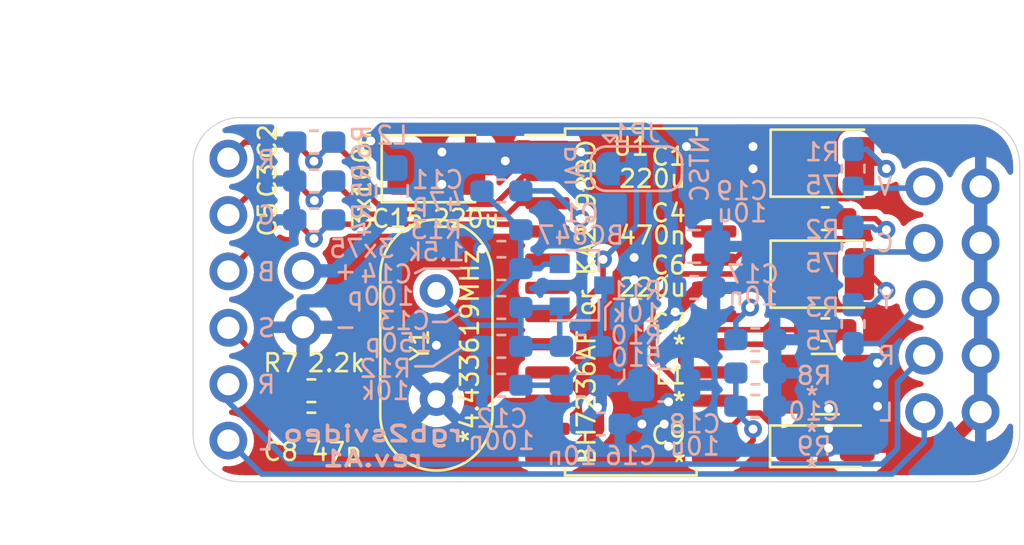
<source format=kicad_pcb>
(kicad_pcb (version 20210424) (generator pcbnew)
  (title_block (title "RGB to SVideo converter") (date "2021-03-08") (rev "A"))
  (layers (0 "F.Cu" signal) (31 "B.Cu" signal) (34 "B.Paste" user) (35 "F.Paste" user) (36 "B.SilkS" user "B.Silkscreen") (37 "F.SilkS" user "F.Silkscreen") (38 "B.Mask" user) (39 "F.Mask" user) (44 "Edge.Cuts" user))
  (net 0 "")
  (net 1 "R_IN")
  (net 2 "G_IN")
  (net 3 "B_IN")
  (net 4 "CSYNC_IN")
  (net 5 "Y_OUT")
  (net 6 "Net-(C5-Pad1)")
  (net 7 "GND")
  (net 8 "Audio_L")
  (net 9 "Audio_R")
  (net 10 "+5V")
  (net 11 "Net-(C1-Pad2)")
  (net 12 "Net-(C1-Pad1)")
  (net 13 "Net-(C2-Pad1)")
  (net 14 "Net-(C3-Pad1)")
  (net 15 "Net-(C4-Pad1)")
  (net 16 "Net-(C9-Pad1)")
  (net 17 "Net-(C10-Pad1)")
  (net 18 "Net-(C11-Pad1)")
  (net 19 "C_OUT")
  (net 20 "V_OUT")
  (net 21 "Net-(JP1-Pad2)")
  (net 22 "Net-(C4-Pad2)")
  (net 23 "Net-(C6-Pad1)")
  (net 24 "Net-(C7-Pad1)")
  (net 25 "Net-(C8-Pad1)")
  (net 26 "Net-(C6-Pad2)")
  (net 27 "Net-(C7-Pad2)")
  (net 28 "Net-(C11-Pad2)")
  (net 29 "Net-(C12-Pad1)")
  (net 30 "Net-(C13-Pad2)")
  (net 31 "Net-(R8-Pad1)")
  (net 32 "Net-(J3-Pad1)")
  (footprint "Connector_PinHeader_2.54mm:PinHeader_2x05_P2.54mm_Vertical" (layer "F.Cu") (at 166.7 95.3)
    (fp_text reference "J2" hide)
    (fp_text value "Conn_02x05_Odd_Even" hide)
  )
  (footprint "Connector_PinHeader_2.54mm:PinHeader_1x06_P2.54mm_Vertical" (layer "F.Cu") (at 135.39 94.045)
    (fp_text reference "J1" hide)
    (fp_text value "Conn_01x06_Odd_Even" hide)
  )
  (footprint "Connector_PinHeader_2.54mm:PinHeader_1x02_P2.54mm_Vertical" (layer "F.Cu") (at 138.75 99.1)
    (fp_text reference "J3" hide)
    (fp_text value "Conn_01x02_Odd_Even" hide)
  )
  (footprint "Capacitor_Tantalum_SMD:CP_EIA-3528-12_Kemet-T" (layer "F.Cu") (at 162.25 94.25)
    (fp_text reference "C1")
    (fp_text value "220u")
  )
  (footprint "Capacitor_SMD:C_0603_1608Metric_Pad1.08x0.95mm_HandSolder" (layer "F.Cu") (at 162.25 96.75)
    (fp_text reference "C4")
    (fp_text value "470n")
  )
  (footprint "Capacitor_SMD:C_0603_1608Metric_Pad1.05x0.95mm_HandSolder" (layer "F.Cu") (at 139.125 106 180)
    (fp_text reference "C8")
    (fp_text value "47p")
  )
  (footprint "Capacitor_Tantalum_SMD:CP_EIA-3216-18_Kemet-A_Pad1.58x1.35mm_HandSolder" (layer "F.Cu") (at 162.25 107)
    (fp_text reference "C9")
    (fp_text value "*")
  )
  (footprint "Inductor_SMD:L_1210_3225Metric_Pad1.42x2.65mm_HandSolder" (layer "F.Cu") (at 162.25 104.2)
    (fp_text reference "L1")
    (fp_text value "*")
  )
  (footprint "Resistor_SMD:R_0603_1608Metric_Pad1.05x0.95mm_HandSolder" (layer "F.Cu") (at 139.125 104.5 180)
    (fp_text reference "R7")
    (fp_text value "2.2k")
  )
  (footprint "Capacitor_Tantalum_SMD:CP_EIA-3528-12_Kemet-T" (layer "F.Cu") (at 162.25 99.25)
    (fp_text reference "C6")
    (fp_text value "220u")
  )
  (footprint "my:SOP-24_5.0x15.4mm_P1.27mm" (layer "F.Cu") (at 153.5 100.5)
    (fp_text reference "U1")
    (fp_text value "BH7236AF or KA2198BD")
  )
  (footprint "Crystal:Crystal_HC49-U_Vertical" (layer "F.Cu") (at 144.75 100 -90)
    (fp_text reference "Y1")
    (fp_text value "4.433619MHz")
  )
  (footprint "Capacitor_Tantalum_SMD:CP_EIA-3528-12_Kemet-T" (layer "F.Cu") (at 144.75 94.5)
    (fp_text reference "C15")
    (fp_text value "220u")
  )
  (footprint "Capacitor_SMD:C_0603_1608Metric_Pad1.05x0.95mm_HandSolder" (layer "F.Cu") (at 162.25 101.75 180)
    (fp_text reference "C7")
    (fp_text value "*")
  )
  (footprint "Capacitor_SMD:C_0603_1608Metric_Pad1.05x0.95mm_HandSolder" (layer "F.Cu") (at 139.25 93.3025 180)
    (fp_text reference "C2")
    (fp_text value "100n")
  )
  (footprint "Capacitor_SMD:C_0603_1608Metric_Pad1.05x0.95mm_HandSolder" (layer "F.Cu") (at 139.25 95.0525 180)
    (fp_text reference "C3")
    (fp_text value "100n")
  )
  (footprint "Capacitor_SMD:C_0603_1608Metric_Pad1.05x0.95mm_HandSolder" (layer "F.Cu") (at 139.25 96.8025 180)
    (fp_text reference "C5")
    (fp_text value "100n")
  )
  (footprint "Jumper:SolderJumper-3_P1.3mm_Bridged12_RoundedPad1.0x1.5mm" (layer "B.Cu") (at 153.75 94.5)
    (fp_text reference "JP1")
    (fp_text value "Jumper_3_Bridged12" hide)
  )
  (footprint "Resistor_SMD:R_0603_1608Metric_Pad1.05x0.95mm_HandSolder" (layer "B.Cu") (at 163.5 94.5 90)
    (fp_text reference "R1")
    (fp_text value "75")
  )
  (footprint "Resistor_SMD:R_0603_1608Metric_Pad1.05x0.95mm_HandSolder" (layer "B.Cu") (at 163.5 98 90)
    (fp_text reference "R2")
    (fp_text value "75")
  )
  (footprint "Resistor_SMD:R_0603_1608Metric_Pad1.05x0.95mm_HandSolder" (layer "B.Cu") (at 163.5 101.5 90)
    (fp_text reference "R3")
    (fp_text value "75")
  )
  (footprint "Resistor_SMD:R_0603_1608Metric_Pad1.05x0.95mm_HandSolder" (layer "B.Cu") (at 139.25 96.8025 180)
    (fp_text reference "R4")
    (fp_text value "75")
  )
  (footprint "Resistor_SMD:R_0603_1608Metric_Pad1.05x0.95mm_HandSolder" (layer "B.Cu") (at 139.25 95.0525 180)
    (fp_text reference "R5")
    (fp_text value "75")
  )
  (footprint "Resistor_SMD:R_0603_1608Metric_Pad1.05x0.95mm_HandSolder" (layer "B.Cu") (at 139.25 93.3025 180)
    (fp_text reference "R6")
    (fp_text value "75")
  )
  (footprint "Package_TO_SOT_SMD:SOT-23" (layer "B.Cu") (at 151.3 99.75)
    (fp_text reference "Q1")
    (fp_text value "BC847")
  )
  (footprint "Capacitor_SMD:C_0603_1608Metric_Pad1.05x0.95mm_HandSolder" (layer "B.Cu") (at 147.675 99 180)
    (fp_text reference "C14")
    (fp_text value "100p")
  )
  (footprint "Resistor_SMD:R_0603_1608Metric_Pad1.05x0.95mm_HandSolder" (layer "B.Cu") (at 151.25 104.25 180)
    (fp_text reference "R10")
    (fp_text value "510")
  )
  (footprint "Resistor_SMD:R_0603_1608Metric_Pad1.05x0.95mm_HandSolder" (layer "B.Cu") (at 151.25 102.5 180)
    (fp_text reference "R11")
    (fp_text value "10k")
  )
  (footprint "Resistor_SMD:R_0603_1608Metric_Pad1.05x0.95mm_HandSolder" (layer "B.Cu") (at 147.675 102.5 180)
    (fp_text reference "R12")
    (fp_text value "10k")
  )
  (footprint "Resistor_SMD:R_0603_1608Metric_Pad1.05x0.95mm_HandSolder" (layer "B.Cu") (at 147.675 97.25 180)
    (fp_text reference "R13")
    (fp_text value "1.5k")
  )
  (footprint "Capacitor_SMD:C_0603_1608Metric_Pad1.05x0.95mm_HandSolder" (layer "B.Cu") (at 147.675 95.5 180)
    (fp_text reference "C11")
    (fp_text value "47p")
  )
  (footprint "Capacitor_SMD:C_0603_1608Metric_Pad1.05x0.95mm_HandSolder" (layer "B.Cu") (at 147.675 104.25 180)
    (fp_text reference "C12")
    (fp_text value "100n")
  )
  (footprint "Capacitor_SMD:C_0603_1608Metric_Pad1.05x0.95mm_HandSolder" (layer "B.Cu") (at 147.675 100.75)
    (fp_text reference "C13")
    (fp_text value "150p")
  )
  (footprint "Capacitor_SMD:C_0603_1608Metric_Pad1.05x0.95mm_HandSolder" (layer "B.Cu") (at 156.35 99.85)
    (fp_text reference "C17")
    (fp_text value "10n")
  )
  (footprint "Capacitor_SMD:C_0603_1608Metric_Pad1.05x0.95mm_HandSolder" (layer "B.Cu") (at 159.1 103.7)
    (fp_text reference "C10")
    (fp_text value "*")
  )
  (footprint "Resistor_SMD:R_0603_1608Metric_Pad1.05x0.95mm_HandSolder" (layer "B.Cu") (at 159.1 102.2)
    (fp_text reference "R8")
    (fp_text value "*")
  )
  (footprint "Resistor_SMD:R_0603_1608Metric_Pad1.05x0.95mm_HandSolder" (layer "B.Cu") (at 159.1 105.2)
    (fp_text reference "R9")
    (fp_text value "*")
  )
  (footprint "Capacitor_SMD:C_0805_2012Metric_Pad1.18x1.45mm_HandSolder" (layer "B.Cu") (at 156.35 98)
    (fp_text reference "C19")
    (fp_text value "10u")
  )
  (footprint "Capacitor_SMD:C_0805_2012Metric_Pad1.18x1.45mm_HandSolder" (layer "B.Cu") (at 155 104.25)
    (fp_text reference "C18")
    (fp_text value "10u")
  )
  (footprint "Capacitor_SMD:C_0603_1608Metric_Pad1.05x0.95mm_HandSolder" (layer "B.Cu") (at 152.15 106)
    (fp_text reference "C16")
    (fp_text value "10n")
  )
  (footprint "Inductor_SMD:L_0805_2012Metric_Pad1.15x1.40mm_HandSolder" (layer "B.Cu") (at 142.75 95.5 90)
    (fp_text reference "L2")
    (fp_text value "BLM21AG601SN")
  )
  (gr_line (start 152.35 100.75) (end 152.35 101.75) (layer "B.SilkS") (width 0.12))
  (gr_line (start 144.6 101.4) (end 145.2 101.4) (layer "B.SilkS") (width 0.12))
  (gr_line (start 143.8 99.2) (end 144.2 99) (layer "B.SilkS") (width 0.12))
  (gr_line (start 145.2 101.4) (end 145.8 101) (layer "B.SilkS") (width 0.12))
  (gr_line (start 144.2 99) (end 145.8 99) (layer "B.SilkS") (width 0.12))
  (gr_line (start 144.6 103.4) (end 145.8 102.6) (layer "B.SilkS") (width 0.12))
  (gr_line (start 143.8 103.4) (end 144.6 103.4) (layer "B.SilkS") (width 0.12))
  (gr_line (start 153.2 103.95) (end 152.95 104.2) (layer "B.SilkS") (width 0.12))
  (gr_line (start 152.6 100.5) (end 152.35 100.75) (layer "B.SilkS") (width 0.12))
  (gr_line (start 153.2 103.55) (end 153.2 103.95) (layer "B.SilkS") (width 0.12))
  (gr_line (start 133.8 106.5) (end 133.8 94.25) (layer "Edge.Cuts") (width 0.05))
  (gr_arc (start 168.825 106.425) (end 168.75 108.6) (angle -90) (layer "Edge.Cuts") (width 0.05))
  (gr_arc (start 135.924999 94.325) (end 136 92.2) (angle -90) (layer "Edge.Cuts") (width 0.05))
  (gr_arc (start 135.95 106.450002) (end 133.8 106.5) (angle -90) (layer "Edge.Cuts") (width 0.05))
  (gr_line (start 168.75 108.6) (end 136 108.6) (layer "Edge.Cuts") (width 0.05))
  (gr_line (start 168.75 92.2) (end 136 92.2) (layer "Edge.Cuts") (width 0.05))
  (gr_line (start 171 94.25) (end 171 106.5) (layer "Edge.Cuts") (width 0.05))
  (gr_arc (start 168.85 94.35) (end 171 94.25) (angle -90) (layer "Edge.Cuts") (width 0.05))
  (gr_text "rgb2svideo\nrev.A1" (at 141.9 107) (layer "B.SilkS") (effects (font (size 0.7 1) (thickness 0.16)) (justify mirror)))
  (segment (start 139.235 94.1625) (end 138.375 93.3025) (width 0.25) (layer "F.Cu") (net 1))
  (segment (start 136.1325 93.3025) (end 135.39 94.045) (width 0.25) (layer "F.Cu") (net 1))
  (segment (start 138.375 93.3025) (end 136.1325 93.3025) (width 0.25) (layer "F.Cu") (net 1))
  (segment (start 139.24 94.1625) (end 139.235 94.1625) (width 0.25) (layer "F.Cu") (net 1))
  (via (at 139.24 94.1625) (size 0.8) (drill 0.4) (layers "F.Cu" "B.Cu") (net 1))
  (segment (start 140.125 93.3025) (end 140.1 93.3025) (width 0.25) (layer "B.Cu") (net 1))
  (segment (start 140.1 93.3025) (end 139.24 94.1625) (width 0.25) (layer "B.Cu") (net 1))
  (segment (start 138.375 95.0525) (end 136.9225 95.0525) (width 0.25) (layer "F.Cu") (net 2))
  (segment (start 136.9225 95.0525) (end 135.39 96.585) (width 0.25) (layer "F.Cu") (net 2))
  (segment (start 139.26 95.9325) (end 139.255 95.9325) (width 0.25) (layer "F.Cu") (net 2))
  (segment (start 139.255 95.9325) (end 138.375 95.0525) (width 0.25) (layer "F.Cu") (net 2))
  (via (at 139.26 95.9325) (size 0.8) (drill 0.4) (layers "F.Cu" "B.Cu") (net 2))
  (segment (start 140.125 95.0675) (end 139.26 95.9325) (width 0.25) (layer "B.Cu") (net 2))
  (segment (start 140.125 95.0525) (end 140.125 95.0675) (width 0.25) (layer "B.Cu") (net 2))
  (segment (start 137.7125 96.8025) (end 135.39 99.125) (width 0.25) (layer "F.Cu") (net 3))
  (segment (start 139.243407 97.649382) (end 139.221882 97.649382) (width 0.25) (layer "F.Cu") (net 3))
  (segment (start 135.75 99.125) (end 135.39 99.125) (width 0.25) (layer "F.Cu") (net 3))
  (segment (start 139.221882 97.649382) (end 138.375 96.8025) (width 0.25) (layer "F.Cu") (net 3))
  (segment (start 138.375 96.8025) (end 137.7125 96.8025) (width 0.25) (layer "F.Cu") (net 3))
  (via (at 139.243407 97.649382) (size 0.8) (drill 0.4) (layers "F.Cu" "B.Cu") (net 3))
  (segment (start 140.125 96.8025) (end 140.090289 96.8025) (width 0.25) (layer "B.Cu") (net 3))
  (segment (start 140.125 96.8025) (end 140.125 96.8275) (width 0.25) (layer "B.Cu") (net 3))
  (segment (start 140.090289 96.8025) (end 139.243407 97.649382) (width 0.25) (layer "B.Cu") (net 3))
  (segment (start 135.39 101.665) (end 138.225 104.5) (width 0.25) (layer "F.Cu") (net 4))
  (segment (start 138.225 104.5) (end 138.25 104.5) (width 0.25) (layer "F.Cu") (net 4))
  (segment (start 164.705 102.375) (end 163.5 102.375) (width 0.25) (layer "B.Cu") (net 5))
  (segment (start 164.705 102.375) (end 166.7 100.38) (width 0.25) (layer "B.Cu") (net 5))
  (segment (start 148.6625 97.325) (end 148.3375 97) (width 0.25) (layer "F.Cu") (net 6))
  (segment (start 140.3225 97) (end 140.125 96.8025) (width 0.25) (layer "F.Cu") (net 6))
  (segment (start 149.75 97.325) (end 148.6625 97.325) (width 0.25) (layer "F.Cu") (net 6))
  (segment (start 148.3375 97) (end 140.3225 97) (width 0.25) (layer "F.Cu") (net 6))
  (segment (start 145.184303 94.5) (end 145 94.315697) (width 0.6) (layer "F.Cu") (net 7))
  (segment (start 169.24 95.3) (end 169.24 105.46) (width 0.6) (layer "F.Cu") (net 7))
  (segment (start 148.485 93.515) (end 148.85 93.515) (width 0.6) (layer "F.Cu") (net 7))
  (segment (start 164.6 104.2) (end 164.6 105.2) (width 0.6) (layer "F.Cu") (net 7))
  (segment (start 156.015 93.515) (end 156 93.5) (width 0.25) (layer "F.Cu") (net 7))
  (segment (start 138.75 103) (end 138.75 101.64) (width 0.25) (layer "F.Cu") (net 7))
  (segment (start 139.14999 105.10001) (end 139.14999 103.39999) (width 0.25) (layer "F.Cu") (net 7))
  (segment (start 146.2875 94.5) (end 147.5 94.5) (width 0.6) (layer "F.Cu") (net 7))
  (segment (start 151.5 93.5) (end 156 93.5) (width 0.25) (layer "F.Cu") (net 7))
  (segment (start 151.25 93.75) (end 151.25 95.241016) (width 0.25) (layer "F.Cu") (net 7))
  (segment (start 167.7 107) (end 163.6875 107) (width 0.6) (layer "F.Cu") (net 7))
  (segment (start 157.25 93.515) (end 158.985 93.515) (width 0.25) (layer "F.Cu") (net 7))
  (segment (start 151.015 93.515) (end 151.25 93.75) (width 0.25) (layer "F.Cu") (net 7))
  (segment (start 145 94.315697) (end 145 93.750012) (width 0.6) (layer "F.Cu") (net 7))
  (segment (start 145.1 94.5) (end 145 94.6) (width 0.6) (layer "F.Cu") (net 7))
  (segment (start 145.3 94.5) (end 145.1 94.5) (width 0.6) (layer "F.Cu") (net 7))
  (segment (start 157.25 93.515) (end 156.015 93.515) (width 0.25) (layer "F.Cu") (net 7))
  (segment (start 163.7875 105.5375) (end 163.7875 106.75) (width 0.25) (layer "F.Cu") (net 7))
  (segment (start 145.3 94.5) (end 145.184303 94.5) (width 0.6) (layer "F.Cu") (net 7))
  (segment (start 155 105.2) (end 155.2 105) (width 0.25) (layer "F.Cu") (net 7))
  (segment (start 147.5 94.5) (end 148.485 93.515) (width 0.6) (layer "F.Cu") (net 7))
  (segment (start 138.25 106) (end 139.14999 105.10001) (width 0.25) (layer "F.Cu") (net 7))
  (segment (start 163.125 104.875) (end 163.7875 105.5375) (width 0.25) (layer "F.Cu") (net 7))
  (segment (start 154 106) (end 155 106) (width 0.25) (layer "F.Cu") (net 7))
  (segment (start 151.25 95.241016) (end 151.27138 95.262396) (width 0.25) (layer "F.Cu") (net 7))
  (segment (start 139.14999 103.39999) (end 138.75 103) (width 0.25) (layer "F.Cu") (net 7))
  (segment (start 163.7875 106.75) (end 162.72499 106.75) (width 0.6) (layer "F.Cu") (net 7))
  (segment (start 169.24 105.46) (end 167.7 107) (width 0.6) (layer "F.Cu") (net 7))
  (segment (start 151.25 93.75) (end 151.5 93.5) (width 0.25) (layer "F.Cu") (net 7))
  (segment (start 163.125 104.2) (end 163.125 104.875) (width 0.25) (layer "F.Cu") (net 7))
  (segment (start 155 106) (end 155 105.2) (width 0.25) (layer "F.Cu") (net 7))
  (segment (start 158.985 93.515) (end 159 93.5) (width 0.25) (layer "F.Cu") (net 7))
  (segment (start 162.72499 106.75) (end 162.4 107.07499) (width 0.6) (layer "F.Cu") (net 7))
  (segment (start 162.4 106.2) (end 162.4 107.07499) (width 0.6) (layer "F.Cu") (net 7))
  (segment (start 162.4 106.2) (end 162.4 105.3) (width 0.6) (layer "F.Cu") (net 7))
  (segment (start 164.6 104.2) (end 164.6 103.25) (width 0.6) (layer "F.Cu") (net 7))
  (segment (start 146.2875 94.5) (end 145.3 94.5) (width 0.6) (layer "F.Cu") (net 7))
  (segment (start 145 94.6) (end 145 95.2) (width 0.6) (layer "F.Cu") (net 7))
  (segment (start 148.85 93.515) (end 151.015 93.515) (width 0.25) (layer "F.Cu") (net 7))
  (via (at 146.8 98.12) (size 0.8) (drill 0.4) (layers "F.Cu" "B.Cu") (net 7))
  (via (at 162.4 107.07499) (size 0.8) (drill 0.4) (layers "F.Cu" "B.Cu") (net 7))
  (via (at 159 94.5) (size 0.8) (drill 0.4) (layers "F.Cu" "B.Cu") (net 7))
  (via (at 155 106) (size 0.8) (drill 0.4) (layers "F.Cu" "B.Cu") (net 7))
  (via (at 162.4 105.3) (size 0.8) (drill 0.4) (layers "F.Cu" "B.Cu") (net 7))
  (via (at 151.27138 95.262396) (size 0.8) (drill 0.4) (layers "F.Cu" "B.Cu") (net 7))
  (via (at 164.6 103.25) (size 0.8) (drill 0.4) (layers "F.Cu" "B.Cu") (net 7))
  (via (at 153.65 98.5) (size 0.8) (drill 0.4) (layers "F.Cu" "B.Cu") (net 7))
  (via (at 145 93.750012) (size 0.8) (drill 0.4) (layers "F.Cu" "B.Cu") (net 7))
  (via (at 145 95.2) (size 0.8) (drill 0.4) (layers "F.Cu" "B.Cu") (net 7))
  (via (at 162.4 106.2) (size 0.8) (drill 0.4) (layers "F.Cu" "B.Cu") (net 7))
  (via (at 164.6 105.2) (size 0.8) (drill 0.4) (layers "F.Cu" "B.Cu") (net 7))
  (via (at 151.25 93.75) (size 0.8) (drill 0.4) (layers "F.Cu" "B.Cu") (net 7))
  (via (at 153.65 100.5) (size 0.8) (drill 0.4) (layers "F.Cu" "B.Cu") (net 7))
  (via (at 159 93.5) (size 0.8) (drill 0.4) (layers "F.Cu" "B.Cu") (net 7))
  (via (at 154 106) (size 0.8) (drill 0.4) (layers "F.Cu" "B.Cu") (net 7))
  (via (at 164.6 104.2) (size 0.8) (drill 0.4) (layers "F.Cu" "B.Cu") (net 7))
  (via (at 147.85 94.15) (size 0.8) (drill 0.4) (layers "F.Cu" "B.Cu") (net 7))
  (via (at 144.75 102.45) (size 0.8) (drill 0.4) (layers "F.Cu" "B.Cu") (net 7))
  (via (at 153.65 99.5) (size 0.8) (drill 0.4) (layers "F.Cu" "B.Cu") (net 7))
  (via (at 155.2 105) (size 0.8) (drill 0.4) (layers "F.Cu" "B.Cu") (net 7))
  (via (at 155.2 107) (size 0.8) (drill 0.4) (layers "F.Cu" "B.Cu") (net 7))
  (via (at 156 93.5) (size 0.8) (drill 0.4) (layers "F.Cu" "B.Cu") (net 7))
  (segment (start 159.975 107.125) (end 159.92502 107.17498) (width 0.6) (layer "B.Cu") (net 7))
  (segment (start 169.24 95.3) (end 169.24 105.46) (width 0.6) (layer "B.Cu") (net 7))
  (segment (start 155.02502 107.17498) (end 155.2 107) (width 0.25) (layer "B.Cu") (net 7))
  (segment (start 145 95.2) (end 145 96.75) (width 0.6) (layer "B.Cu") (net 7))
  (segment (start 155.02502 107.17498) (end 140.67498 107.17498) (width 0.6) (layer "B.Cu") (net 7))
  (segment (start 137.39 101.64) (end 138.75 101.64) (width 0.25) (layer "B.Cu") (net 7))
  (segment (start 157.225 101.066103) (end 156.0375 102.253603) (width 0.6) (layer "B.Cu") (net 7))
  (segment (start 138.75 101.64) (end 141.51 101.64) (width 0.6) (layer "B.Cu") (net 7))
  (segment (start 152.45 94.5) (end 151.5 94.5) (width 0.6) (layer "B.Cu") (net 7))
  (segment (start 144.75 104.88) (end 141.51 101.64) (width 0.6) (layer "B.Cu") (net 7))
  (segment (start 156.0375 102.253603) (end 156.0375 104.25) (width 0.6) (layer "B.Cu") (net 7))
  (segment (start 159.975 103.7) (end 159.975 105.2) (width 0.6) (layer "B.Cu") (net 7))
  (segment (start 162.4 105.3) (end 162.4 106.2) (width 0.6) (layer "B.Cu") (net 7))
  (segment (start 157.225 99.025) (end 157.225 99.85) (width 0.6) (layer "B.Cu") (net 7))
  (segment (start 146.8 103.375) (end 146.8 104.25) (width 0.25) (layer "B.Cu") (net 7))
  (segment (start 138.75 101.64) (end 138.75 105.25) (width 0.6) (layer "B.Cu") (net 7))
  (segment (start 145 96.75) (end 144.5 97.25) (width 0.6) (layer "B.Cu") (net 7))
  (segment (start 138.75 100.52) (end 138.820489 100.449511) (width 0.6) (layer "B.Cu") (net 7))
  (segment (start 138.75 105.25) (end 140.67498 107.17498) (width 0.6) (layer "B.Cu") (net 7))
  (segment (start 162.07502 107.17498) (end 159.92502 107.17498) (width 0.6) (layer "B.Cu") (net 7))
  (segment (start 146.8 97.25) (end 144.5 97.25) (width 0.6) (layer "B.Cu") (net 7))
  (segment (start 157.225 99.85) (end 157.225 101.066103) (width 0.6) (layer "B.Cu") (net 7))
  (segment (start 155.67502 107.17498) (end 155.67502 105.32498) (width 0.6) (layer "B.Cu") (net 7))
  (segment (start 138.375 96.8025) (end 137 96.8025) (width 0.25) (layer "B.Cu") (net 7))
  (segment (start 156.0375 104.9625) (end 155.67502 105.32498) (width 0.6) (layer "B.Cu") (net 7))
  (segment (start 155.7 107.15) (end 155.67502 107.17498) (width 0.6) (layer "B.Cu") (net 7))
  (segment (start 138.75 101.64) (end 138.75 100.52) (width 0.6) (layer "B.Cu") (net 7))
  (segment (start 138.375 95.0525) (end 137 95.0525) (width 0.25) (layer "B.Cu") (net 7))
  (segment (start 146.8 102.5) (end 146.8 103.375) (width 0.25) (layer "B.Cu") (net 7))
  (segment (start 145 95.2) (end 145 93.750012) (width 0.6) (layer "B.Cu") (net 7))
  (segment (start 141.300489 100.449511) (end 141.51 100.24) (width 0.6) (layer "B.Cu") (net 7))
  (segment (start 157.3875 98) (end 157.3875 98.8625) (width 0.6) (layer "B.Cu") (net 7))
  (segment (start 157.3875 98.8625) (end 157.225 99.025) (width 0.6) (layer "B.Cu") (net 7))
  (segment (start 141.51 100.24) (end 141.51 101.64) (width 0.6) (layer "B.Cu") (net 7))
  (segment (start 159.92502 107.17498) (end 155.67502 107.17498) (width 0.6) (layer "B.Cu") (net 7))
  (segment (start 146.8 97.25) (end 146.8 99) (width 0.25) (layer "B.Cu") (net 7))
  (segment (start 155 106) (end 155 106.8) (width 0.25) (layer "B.Cu") (net 7))
  (segment (start 162.4 107.07499) (end 162.4 106.2) (width 0.6) (layer "B.Cu") (net 7))
  (segment (start 155 106.8) (end 155.2 107) (width 0.25) (layer "B.Cu") (net 7))
  (segment (start 138.820489 100.449511) (end 141.300489 100.449511) (width 0.6) (layer "B.Cu") (net 7))
  (segment (start 153.025 106) (end 154 106) (width 0.6) (layer "B.Cu") (net 7))
  (segment (start 156.0375 104.25) (end 156.0375 104.9625) (width 0.6) (layer "B.Cu") (net 7))
  (segment (start 137 101.25) (end 137.39 101.64) (width 0.25) (layer "B.Cu") (net 7))
  (segment (start 144.75 104.88) (end 146.255 103.375) (width 0.6) (layer "B.Cu") (net 7))
  (segment (start 144.5 97.25) (end 141.51 100.24) (width 0.6) (layer "B.Cu") (net 7))
  (segment (start 146.255 103.375) (end 146.8 103.375) (width 0.6) (layer "B.Cu") (net 7))
  (segment (start 159.975 105.2) (end 159.975 107.125) (width 0.6) (layer "B.Cu") (net 7))
  (segment (start 137 101.25) (end 137 93.3025) (width 0.25) (layer "B.Cu") (net 7))
  (segment (start 155.67502 107.17498) (end 155.02502 107.17498) (width 0.6) (layer "B.Cu") (net 7))
  (segment (start 159.975 102.2) (end 159.975 103.7) (width 0.6) (layer "B.Cu") (net 7))
  (segment (start 138.375 93.3025) (end 137 93.3025) (width 0.25) (layer "B.Cu") (net 7))
  (segment (start 135.39 106.745) (end 136.895 108.25) (width 0.25) (layer "B.Cu") (net 8))
  (segment (start 136.895 108.25) (end 165.25 108.25) (width 0.25) (layer "B.Cu") (net 8))
  (segment (start 165.25 108.25) (end 166.7 106.8) (width 0.25) (layer "B.Cu") (net 8))
  (segment (start 166.7 106.8) (end 166.7 105.46) (width 0.25) (layer "B.Cu") (net 8))
  (segment (start 135.39 105.005998) (end 135.39 104.205) (width 0.25) (layer "B.Cu") (net 9))
  (segment (start 138.183992 107.79999) (end 135.39 105.005998) (width 0.25) (layer "B.Cu") (net 9))
  (segment (start 166.7 102.92) (end 165.5 104.12) (width 0.25) (layer "B.Cu") (net 9))
  (segment (start 165.5 107.1) (end 164.80001 107.79999) (width 0.25) (layer "B.Cu") (net 9))
  (segment (start 165.5 104.12) (end 165.5 107.1) (width 0.25) (layer "B.Cu") (net 9))
  (segment (start 164.80001 107.79999) (end 138.183992 107.79999) (width 0.25) (layer "B.Cu") (net 9))
  (segment (start 152 105.25) (end 152 106.235) (width 0.6) (layer "F.Cu") (net 10))
  (segment (start 143.2125 94.5) (end 141.962496 93.249996) (width 0.6) (layer "F.Cu") (net 10))
  (segment (start 152 106.235) (end 150.75 107.485) (width 0.6) (layer "F.Cu") (net 10))
  (segment (start 155.5 100.950999) (end 156.585999 99.865) (width 0.6) (layer "F.Cu") (net 10))
  (segment (start 156.585999 99.865) (end 157.25 99.865) (width 0.6) (layer "F.Cu") (net 10))
  (segment (start 141.962496 93.249996) (end 141.8 93.249996) (width 0.6) (layer "F.Cu") (net 10))
  (segment (start 150.75 107.485) (end 149.75 107.485) (width 0.6) (layer "F.Cu") (net 10))
  (via (at 141.8 93.249996) (size 0.8) (drill 0.4) (layers "F.Cu" "B.Cu") (net 10))
  (via (at 152 105.25) (size 0.8) (drill 0.4) (layers "F.Cu" "B.Cu") (net 10))
  (via (at 155.5 100.950999) (size 0.8) (drill 0.4) (layers "F.Cu" "B.Cu") (net 10))
  (segment (start 152.125 105.125) (end 152 105.25) (width 0.6) (layer "B.Cu") (net 10))
  (segment (start 152 105.25) (end 152 105.275) (width 0.6) (layer "B.Cu") (net 10))
  (segment (start 153.95 102.413059) (end 155.41206 100.950999) (width 0.6) (layer "B.Cu") (net 10))
  (segment (start 155.41206 100.950999) (end 155.5 100.950999) (width 0.6) (layer "B.Cu") (net 10))
  (segment (start 153.95 104.25) (end 152.125 104.25) (width 0.6) (layer "B.Cu") (net 10))
  (segment (start 155.05 96.05) (end 155.3125 96.3125) (width 0.6) (layer "B.Cu") (net 10))
  (segment (start 155.475 100.925999) (end 155.5 100.950999) (width 0.6) (layer "B.Cu") (net 10))
  (segment (start 142.324986 92.72501) (end 142.199999 92.849997) (width 0.6) (layer "B.Cu") (net 10))
  (segment (start 141.8 93.525) (end 142.75 94.475) (width 0.6) (layer "B.Cu") (net 10))
  (segment (start 155.05 93.652408) (end 154.122602 92.72501) (width 0.6) (layer "B.Cu") (net 10))
  (segment (start 155.05 94.5) (end 155.05 93.652408) (width 0.6) (layer "B.Cu") (net 10))
  (segment (start 155.05 94.5) (end 155.05 96.05) (width 0.6) (layer "B.Cu") (net 10))
  (segment (start 155.475 99.85) (end 155.475 100.925999) (width 0.6) (layer "B.Cu") (net 10))
  (segment (start 152 105.275) (end 151.275 106) (width 0.6) (layer "B.Cu") (net 10))
  (segment (start 155.475 98.975) (end 155.475 99.85) (width 0.6) (layer "B.Cu") (net 10))
  (segment (start 153.95 104.45) (end 153.95 102.413059) (width 0.6) (layer "B.Cu") (net 10))
  (segment (start 142.199999 92.849997) (end 141.8 93.249996) (width 0.6) (layer "B.Cu") (net 10))
  (segment (start 155.3125 98.8125) (end 155.475 98.975) (width 0.6) (layer "B.Cu") (net 10))
  (segment (start 154.122602 92.72501) (end 142.324986 92.72501) (width 0.6) (layer "B.Cu") (net 10))
  (segment (start 155.3125 98) (end 155.3125 98.8125) (width 0.6) (layer "B.Cu") (net 10))
  (segment (start 155.3125 96.3125) (end 155.3125 98) (width 0.6) (layer "B.Cu") (net 10))
  (segment (start 152.125 104.25) (end 152.125 105.125) (width 0.6) (layer "B.Cu") (net 10))
  (segment (start 141.8 93.249996) (end 141.8 93.525) (width 0.6) (layer "B.Cu") (net 10))
  (segment (start 164.75 94.25) (end 165 94.5) (width 0.25) (layer "F.Cu") (net 11))
  (segment (start 163.7875 94.25) (end 164.75 94.25) (width 0.25) (layer "F.Cu") (net 11))
  (via (at 165 94.5) (size 0.8) (drill 0.4) (layers "F.Cu" "B.Cu") (net 11))
  (segment (start 163.5 93.625) (end 164.125 93.625) (width 0.25) (layer "B.Cu") (net 11))
  (segment (start 164.125 93.625) (end 165 94.5) (width 0.25) (layer "B.Cu") (net 11))
  (segment (start 159.25 95.7125) (end 160.7125 94.25) (width 0.25) (layer "F.Cu") (net 12))
  (segment (start 158.15 98.595) (end 159.25 97.495) (width 0.25) (layer "F.Cu") (net 12))
  (segment (start 157.25 98.595) (end 158.15 98.595) (width 0.25) (layer "F.Cu") (net 12))
  (segment (start 159.25 97.495) (end 159.25 95.7125) (width 0.25) (layer "F.Cu") (net 12))
  (segment (start 147.399021 96.100979) (end 148.715 94.785) (width 0.25) (layer "F.Cu") (net 13))
  (segment (start 140.125 93.3025) (end 141.25 94.4275) (width 0.25) (layer "F.Cu") (net 13))
  (segment (start 141.25 95.25) (end 142.100978 96.100978) (width 0.25) (layer "F.Cu") (net 13))
  (segment (start 142.100978 96.100978) (end 147.399021 96.100979) (width 0.25) (layer "F.Cu") (net 13))
  (segment (start 148.715 94.785) (end 149.75 94.785) (width 0.25) (layer "F.Cu") (net 13))
  (segment (start 141.25 94.4275) (end 141.25 95.25) (width 0.25) (layer "F.Cu") (net 13))
  (segment (start 148.445 96.055) (end 147.949511 96.550489) (width 0.25) (layer "F.Cu") (net 14))
  (segment (start 149.75 96.055) (end 148.445 96.055) (width 0.25) (layer "F.Cu") (net 14))
  (segment (start 141.622989 96.550489) (end 140.125 95.0525) (width 0.25) (layer "F.Cu") (net 14))
  (segment (start 147.949511 96.550489) (end 141.622989 96.550489) (width 0.25) (layer "F.Cu") (net 14))
  (segment (start 155.75951 99.24049) (end 158.35951 99.24049) (width 0.25) (layer "F.Cu") (net 15))
  (segment (start 157.25 104.945) (end 156.445 104.945) (width 0.25) (layer "F.Cu") (net 15))
  (segment (start 156.445 104.945) (end 154.5 103) (width 0.25) (layer "F.Cu") (net 15))
  (segment (start 160.85 96.75) (end 161.3875 96.75) (width 0.25) (layer "F.Cu") (net 15))
  (segment (start 154.5 103) (end 154.5 100.5) (width 0.25) (layer "F.Cu") (net 15))
  (segment (start 158.35951 99.24049) (end 160.85 96.75) (width 0.25) (layer "F.Cu") (net 15))
  (segment (start 154.5 100.5) (end 155.75951 99.24049) (width 0.25) (layer "F.Cu") (net 15))
  (segment (start 158.652234 105.503373) (end 157.940607 106.215) (width 0.25) (layer "F.Cu") (net 16))
  (segment (start 159.315873 105.503373) (end 158.652234 105.503373) (width 0.25) (layer "F.Cu") (net 16))
  (segment (start 157.940607 106.215) (end 157.25 106.215) (width 0.25) (layer "F.Cu") (net 16))
  (segment (start 160.8125 107) (end 159.315873 105.503373) (width 0.25) (layer "F.Cu") (net 16))
  (segment (start 159 106.735) (end 159 106.227884) (width 0.25) (layer "F.Cu") (net 17))
  (segment (start 157.25 107.485) (end 158.25 107.485) (width 0.25) (layer "F.Cu") (net 17))
  (segment (start 158.25 107.485) (end 159 106.735) (width 0.25) (layer "F.Cu") (net 17))
  (via (at 159 106.227884) (size 0.8) (drill 0.4) (layers "F.Cu" "B.Cu") (net 17))
  (segment (start 158.225 105.2) (end 158.225 105.452884) (width 0.25) (layer "B.Cu") (net 17))
  (segment (start 158.225 105.452884) (end 159 106.227884) (width 0.25) (layer "B.Cu") (net 17))
  (segment (start 158.225 103.7) (end 158.225 105.2) (width 0.25) (layer "B.Cu") (net 17))
  (segment (start 149.75 99.865) (end 150.75 99.865) (width 0.25) (layer "F.Cu") (net 18))
  (segment (start 150.75 99.865) (end 151.25 99.365) (width 0.25) (layer "F.Cu") (net 18))
  (segment (start 151.25 99.365) (end 151.25 96.75) (width 0.25) (layer "F.Cu") (net 18))
  (via (at 151.25 96.75) (size 0.8) (drill 0.4) (layers "F.Cu" "B.Cu") (net 18))
  (segment (start 151.25 96.75) (end 150 95.5) (width 0.25) (layer "B.Cu") (net 18))
  (segment (start 148.7 95.5) (end 148.55 95.5) (width 0.25) (layer "B.Cu") (net 18))
  (segment (start 148.75 95.5) (end 148.7 95.5) (width 0.25) (layer "B.Cu") (net 18))
  (segment (start 150 95.5) (end 148.55 95.5) (width 0.25) (layer "B.Cu") (net 18))
  (segment (start 166.29 98.25) (end 164.125 98.25) (width 0.25) (layer "B.Cu") (net 19))
  (segment (start 164.125 98.25) (end 163.5 98.875) (width 0.25) (layer "B.Cu") (net 19))
  (segment (start 166.7 97.84) (end 166.29 98.25) (width 0.25) (layer "B.Cu") (net 19))
  (segment (start 163.5 95.375) (end 166.625 95.375) (width 0.25) (layer "B.Cu") (net 20))
  (segment (start 166.625 95.375) (end 166.7 95.3) (width 0.25) (layer "B.Cu") (net 20))
  (segment (start 148.85 101.135) (end 149.95 101.135) (width 0.25) (layer "F.Cu") (net 21))
  (segment (start 149.75 101.135) (end 150.75 101.135) (width 0.25) (layer "F.Cu") (net 21))
  (segment (start 152.25 99.635) (end 152.25 98.582052) (width 0.25) (layer "F.Cu") (net 21))
  (segment (start 150.75 101.135) (end 152.25 99.635) (width 0.25) (layer "F.Cu") (net 21))
  (via (at 152.25 98.582052) (size 0.8) (drill 0.4) (layers "F.Cu" "B.Cu") (net 21))
  (segment (start 153.75 97.082052) (end 152.25 98.582052) (width 0.25) (layer "B.Cu") (net 21))
  (segment (start 153.75 94.5) (end 153.75 97.082052) (width 0.25) (layer "B.Cu") (net 21))
  (segment (start 163.1125 96.75) (end 164.5 96.75) (width 0.25) (layer "F.Cu") (net 22))
  (segment (start 164.5 96.75) (end 165 97.25) (width 0.25) (layer "F.Cu") (net 22))
  (via (at 165 97.25) (size 0.8) (drill 0.4) (layers "F.Cu" "B.Cu") (net 22))
  (segment (start 164.375 97.125) (end 164.5 97.25) (width 0.25) (layer "B.Cu") (net 22))
  (segment (start 164.5 97.25) (end 165 97.25) (width 0.25) (layer "B.Cu") (net 22))
  (segment (start 164.375 97.125) (end 163.5 97.125) (width 0.25) (layer "B.Cu") (net 22))
  (segment (start 160.7125 99.25) (end 160.7125 100.5375) (width 0.25) (layer "F.Cu") (net 23))
  (segment (start 156.244532 101.75) (end 155.75 102.244532) (width 0.25) (layer "F.Cu") (net 23))
  (segment (start 155.75 102.244532) (end 155.75 103.175) (width 0.25) (layer "F.Cu") (net 23))
  (segment (start 159.5 101.75) (end 156.244532 101.75) (width 0.25) (layer "F.Cu") (net 23))
  (segment (start 156.25 103.675) (end 157.25 103.675) (width 0.25) (layer "F.Cu") (net 23))
  (segment (start 160.7125 100.5375) (end 159.5 101.75) (width 0.25) (layer "F.Cu") (net 23))
  (segment (start 155.75 103.175) (end 156.25 103.675) (width 0.25) (layer "F.Cu") (net 23))
  (segment (start 163.125 101.8375) (end 160.7625 104.2) (width 0.25) (layer "F.Cu") (net 24))
  (segment (start 163.125 101.75) (end 163.125 101.8375) (width 0.25) (layer "F.Cu") (net 24))
  (segment (start 140.8 106.8) (end 140 106) (width 0.25) (layer "F.Cu") (net 25))
  (segment (start 146 106.8) (end 140.8 106.8) (width 0.25) (layer "F.Cu") (net 25))
  (segment (start 147.855 104.945) (end 149.75 104.945) (width 0.25) (layer "F.Cu") (net 25))
  (segment (start 140 104.5) (end 140 106) (width 0.25) (layer "F.Cu") (net 25))
  (segment (start 147.855 104.945) (end 146 106.8) (width 0.25) (layer "F.Cu") (net 25))
  (segment (start 163.7875 99.25) (end 164.25 99.25) (width 0.25) (layer "F.Cu") (net 26))
  (segment (start 164.25 99.25) (end 165 100) (width 0.25) (layer "F.Cu") (net 26))
  (via (at 165 100) (size 0.8) (drill 0.4) (layers "F.Cu" "B.Cu") (net 26))
  (segment (start 164.375 100.625) (end 165 100) (width 0.25) (layer "B.Cu") (net 26))
  (segment (start 164.375 100.625) (end 163.5 100.625) (width 0.25) (layer "B.Cu") (net 26))
  (segment (start 160.25 101.75) (end 161.375 101.75) (width 0.25) (layer "F.Cu") (net 27))
  (segment (start 159.595 102.405) (end 160.25 101.75) (width 0.25) (layer "F.Cu") (net 27))
  (segment (start 157.25 102.405) (end 159.595 102.405) (width 0.25) (layer "F.Cu") (net 27))
  (segment (start 149.6 98.8) (end 149.4 99) (width 0.25) (layer "B.Cu") (net 28))
  (segment (start 148.55 97.25) (end 148.55 99) (width 0.25) (layer "B.Cu") (net 28))
  (segment (start 149.4 99) (end 149 99) (width 0.25) (layer "B.Cu") (net 28))
  (segment (start 146.8 95.5) (end 148.55 97.25) (width 0.25) (layer "B.Cu") (net 28))
  (segment (start 149 99) (end 148.55 99) (width 0.25) (layer "B.Cu") (net 28))
  (segment (start 146.8 100.75) (end 148.55 99) (width 0.25) (layer "B.Cu") (net 28))
  (segment (start 150.3 98.8) (end 149.6 98.8) (width 0.25) (layer "B.Cu") (net 28))
  (segment (start 152.3 100.45) (end 152.3 99.75) (width 0.25) (layer "B.Cu") (net 29))
  (segment (start 152.125 102.5) (end 150.375 104.25) (width 0.25) (layer "B.Cu") (net 29))
  (segment (start 152.125 100.625) (end 152.3 100.45) (width 0.25) (layer "B.Cu") (net 29))
  (segment (start 152.125 102.5) (end 152.125 100.625) (width 0.25) (layer "B.Cu") (net 29))
  (segment (start 148.55 104.25) (end 150.375 104.25) (width 0.25) (layer "B.Cu") (net 29))
  (segment (start 150.25 100.75) (end 150.3 100.7) (width 0.25) (layer "B.Cu") (net 30))
  (segment (start 145.499999 100.749999) (end 145.499999 100.770509) (width 0.25) (layer "B.Cu") (net 30))
  (segment (start 148.55 100.75) (end 150.25 100.75) (width 0.25) (layer "B.Cu") (net 30))
  (segment (start 148.55 100.75) (end 148.55 101.55) (width 0.25) (layer "B.Cu") (net 30))
  (segment (start 144.75 100) (end 145.499999 100.749999) (width 0.25) (layer "B.Cu") (net 30))
  (segment (start 145.499999 100.770509) (end 146.2795 101.55001) (width 0.25) (layer "B.Cu") (net 30))
  (segment (start 148.55 101.55) (end 148.55 102.5) (width 0.25) (layer "B.Cu") (net 30))
  (segment (start 150.3 102.425) (end 150.375 102.5) (width 0.25) (layer "B.Cu") (net 30))
  (segment (start 146.2795 101.55001) (end 148.54999 101.55001) (width 0.25) (layer "B.Cu") (net 30))
  (segment (start 150.3 100.7) (end 150.3 102.425) (width 0.25) (layer "B.Cu") (net 30))
  (segment (start 150.375 102.5) (end 148.55 102.5) (width 0.25) (layer "B.Cu") (net 30))
  (segment (start 148.54999 101.55001) (end 148.55 101.55) (width 0.25) (layer "B.Cu") (net 30))
  (segment (start 157.25 101.135) (end 158.483996 101.135) (width 0.25) (layer "F.Cu") (net 31))
  (segment (start 158.483996 101.135) (end 158.868996 100.75) (width 0.25) (layer "F.Cu") (net 31))
  (via (at 158.868996 100.75) (size 0.8) (drill 0.4) (layers "F.Cu" "B.Cu") (net 31))
  (segment (start 158.225 102.2) (end 158.225 101.393996) (width 0.25) (layer "B.Cu") (net 31))
  (segment (start 158.225 101.393996) (end 158.868996 100.75) (width 0.25) (layer "B.Cu") (net 31))
  (segment (start 139.275 99.1) (end 138.19 99.1) (width 0.6) (layer "B.Cu") (net 32))
  (segment (start 142.75 96.525) (end 140.175 99.1) (width 0.6) (layer "B.Cu") (net 32))
  (segment (start 140.175 99.1) (end 138.75 99.1) (width 0.6) (layer "B.Cu") (net 32))
  (zone (net 7) (net_name "GND") (layer "F.Cu") (connect_pads (clearance 0.3)) (min_thickness 0.254) (fill yes (thermal_gap 0.508) (thermal_bridge_width 0.508))
    (polygon (pts (xy 133.4 92) (xy 171.2 92) (xy 171.2 108.8) (xy 133.4 108.8)))
  )
  (zone (net 0) (net_name "") (layer "B.Cu") (connect_pads (clearance 0)) (min_thickness 0.254)
    (keepout (tracks allowed) (vias allowed) (pads allowed) (copperpour not_allowed) (footprints allowed))
    (fill (thermal_gap 0.508) (thermal_bridge_width 0.508))
    (polygon (pts (xy 153.6 95.6) (xy 151.6 95.6) (xy 151.6 93.4) (xy 153.6 93.4)))
  )
  (zone (net 0) (net_name "") (layer "B.Cu") (connect_pads (clearance 0)) (min_thickness 0.254)
    (keepout (tracks allowed) (vias allowed) (pads allowed) (copperpour not_allowed) (footprints allowed))
    (fill (thermal_gap 0.508) (thermal_bridge_width 0.508))
    (polygon (pts (xy 143.2 101.5) (xy 143.2 98.55) (xy 146.15 98.55)))
  )
  (zone (net 7) (net_name "GND") (layer "B.Cu") (connect_pads (clearance 0.3)) (min_thickness 0.254) (fill yes (thermal_gap 0.508) (thermal_bridge_width 0.508))
    (polygon (pts (xy 133.4 92) (xy 171.2 92) (xy 171.2 108.8) (xy 133.4 108.8)))
  )
)
</source>
